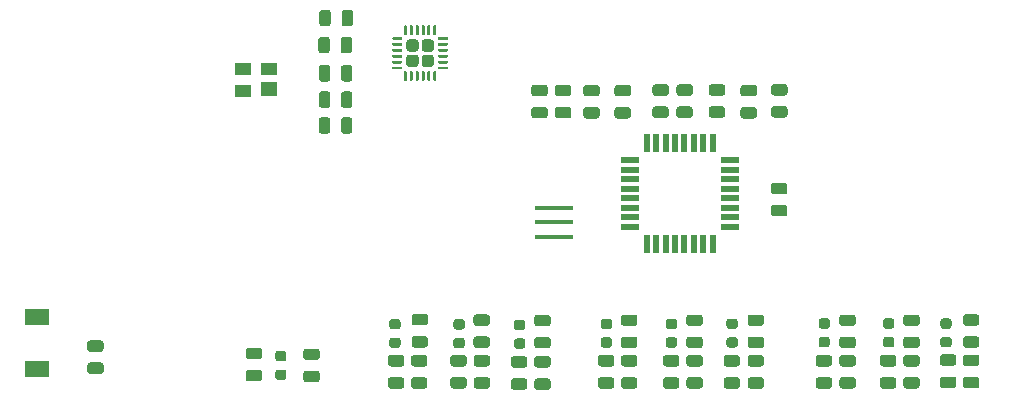
<source format=gbr>
%TF.GenerationSoftware,KiCad,Pcbnew,5.99.0-unknown-a0c54951d~102~ubuntu18.04.1*%
%TF.CreationDate,2020-08-17T14:08:57+02:00*%
%TF.ProjectId,AMPEL,414d5045-4c2e-46b6-9963-61645f706362,rev?*%
%TF.SameCoordinates,Original*%
%TF.FileFunction,Paste,Top*%
%TF.FilePolarity,Positive*%
%FSLAX46Y46*%
G04 Gerber Fmt 4.6, Leading zero omitted, Abs format (unit mm)*
G04 Created by KiCad (PCBNEW 5.99.0-unknown-a0c54951d~102~ubuntu18.04.1) date 2020-08-17 14:08:57*
%MOMM*%
%LPD*%
G01*
G04 APERTURE LIST*
%ADD10R,1.400000X1.200000*%
%ADD11R,1.400000X1.000000*%
%ADD12R,3.200000X0.400000*%
%ADD13R,2.100000X1.400000*%
%ADD14R,1.600000X0.550000*%
%ADD15R,0.550000X1.600000*%
G04 APERTURE END LIST*
%TO.C,C1*%
G36*
G01*
X181534750Y-85239800D02*
X182447250Y-85239800D01*
G75*
G02*
X182691000Y-85483550I0J-243750D01*
G01*
X182691000Y-85971050D01*
G75*
G02*
X182447250Y-86214800I-243750J0D01*
G01*
X181534750Y-86214800D01*
G75*
G02*
X181291000Y-85971050I0J243750D01*
G01*
X181291000Y-85483550D01*
G75*
G02*
X181534750Y-85239800I243750J0D01*
G01*
G37*
G36*
G01*
X181534750Y-87114800D02*
X182447250Y-87114800D01*
G75*
G02*
X182691000Y-87358550I0J-243750D01*
G01*
X182691000Y-87846050D01*
G75*
G02*
X182447250Y-88089800I-243750J0D01*
G01*
X181534750Y-88089800D01*
G75*
G02*
X181291000Y-87846050I0J243750D01*
G01*
X181291000Y-87358550D01*
G75*
G02*
X181534750Y-87114800I243750J0D01*
G01*
G37*
%TD*%
%TO.C,R24*%
G36*
G01*
X185319350Y-99819400D02*
X186231850Y-99819400D01*
G75*
G02*
X186475600Y-100063150I0J-243750D01*
G01*
X186475600Y-100550650D01*
G75*
G02*
X186231850Y-100794400I-243750J0D01*
G01*
X185319350Y-100794400D01*
G75*
G02*
X185075600Y-100550650I0J243750D01*
G01*
X185075600Y-100063150D01*
G75*
G02*
X185319350Y-99819400I243750J0D01*
G01*
G37*
G36*
G01*
X185319350Y-101694400D02*
X186231850Y-101694400D01*
G75*
G02*
X186475600Y-101938150I0J-243750D01*
G01*
X186475600Y-102425650D01*
G75*
G02*
X186231850Y-102669400I-243750J0D01*
G01*
X185319350Y-102669400D01*
G75*
G02*
X185075600Y-102425650I0J243750D01*
G01*
X185075600Y-101938150D01*
G75*
G02*
X185319350Y-101694400I243750J0D01*
G01*
G37*
%TD*%
%TO.C,C8*%
G36*
G01*
X161494150Y-99921000D02*
X162406650Y-99921000D01*
G75*
G02*
X162650400Y-100164750I0J-243750D01*
G01*
X162650400Y-100652250D01*
G75*
G02*
X162406650Y-100896000I-243750J0D01*
G01*
X161494150Y-100896000D01*
G75*
G02*
X161250400Y-100652250I0J243750D01*
G01*
X161250400Y-100164750D01*
G75*
G02*
X161494150Y-99921000I243750J0D01*
G01*
G37*
G36*
G01*
X161494150Y-101796000D02*
X162406650Y-101796000D01*
G75*
G02*
X162650400Y-102039750I0J-243750D01*
G01*
X162650400Y-102527250D01*
G75*
G02*
X162406650Y-102771000I-243750J0D01*
G01*
X161494150Y-102771000D01*
G75*
G02*
X161250400Y-102527250I0J243750D01*
G01*
X161250400Y-102039750D01*
G75*
G02*
X161494150Y-101796000I243750J0D01*
G01*
G37*
%TD*%
%TO.C,R28*%
G36*
G01*
X172390750Y-99819400D02*
X173303250Y-99819400D01*
G75*
G02*
X173547000Y-100063150I0J-243750D01*
G01*
X173547000Y-100550650D01*
G75*
G02*
X173303250Y-100794400I-243750J0D01*
G01*
X172390750Y-100794400D01*
G75*
G02*
X172147000Y-100550650I0J243750D01*
G01*
X172147000Y-100063150D01*
G75*
G02*
X172390750Y-99819400I243750J0D01*
G01*
G37*
G36*
G01*
X172390750Y-101694400D02*
X173303250Y-101694400D01*
G75*
G02*
X173547000Y-101938150I0J-243750D01*
G01*
X173547000Y-102425650D01*
G75*
G02*
X173303250Y-102669400I-243750J0D01*
G01*
X172390750Y-102669400D01*
G75*
G02*
X172147000Y-102425650I0J243750D01*
G01*
X172147000Y-101938150D01*
G75*
G02*
X172390750Y-101694400I243750J0D01*
G01*
G37*
%TD*%
%TO.C,R25*%
G36*
G01*
X137059350Y-99209900D02*
X137971850Y-99209900D01*
G75*
G02*
X138215600Y-99453650I0J-243750D01*
G01*
X138215600Y-99941150D01*
G75*
G02*
X137971850Y-100184900I-243750J0D01*
G01*
X137059350Y-100184900D01*
G75*
G02*
X136815600Y-99941150I0J243750D01*
G01*
X136815600Y-99453650D01*
G75*
G02*
X137059350Y-99209900I243750J0D01*
G01*
G37*
G36*
G01*
X137059350Y-101084900D02*
X137971850Y-101084900D01*
G75*
G02*
X138215600Y-101328650I0J-243750D01*
G01*
X138215600Y-101816150D01*
G75*
G02*
X137971850Y-102059900I-243750J0D01*
G01*
X137059350Y-102059900D01*
G75*
G02*
X136815600Y-101816150I0J243750D01*
G01*
X136815600Y-101328650D01*
G75*
G02*
X137059350Y-101084900I243750J0D01*
G01*
G37*
%TD*%
%TO.C,D13*%
G36*
G01*
X173128650Y-99192800D02*
X172616150Y-99192800D01*
G75*
G02*
X172397400Y-98974050I0J218750D01*
G01*
X172397400Y-98536550D01*
G75*
G02*
X172616150Y-98317800I218750J0D01*
G01*
X173128650Y-98317800D01*
G75*
G02*
X173347400Y-98536550I0J-218750D01*
G01*
X173347400Y-98974050D01*
G75*
G02*
X173128650Y-99192800I-218750J0D01*
G01*
G37*
G36*
G01*
X173128650Y-97617800D02*
X172616150Y-97617800D01*
G75*
G02*
X172397400Y-97399050I0J218750D01*
G01*
X172397400Y-96961550D01*
G75*
G02*
X172616150Y-96742800I218750J0D01*
G01*
X173128650Y-96742800D01*
G75*
G02*
X173347400Y-96961550I0J-218750D01*
G01*
X173347400Y-97399050D01*
G75*
G02*
X173128650Y-97617800I-218750J0D01*
G01*
G37*
%TD*%
%TO.C,C13*%
G36*
G01*
X151054750Y-99819400D02*
X151967250Y-99819400D01*
G75*
G02*
X152211000Y-100063150I0J-243750D01*
G01*
X152211000Y-100550650D01*
G75*
G02*
X151967250Y-100794400I-243750J0D01*
G01*
X151054750Y-100794400D01*
G75*
G02*
X150811000Y-100550650I0J243750D01*
G01*
X150811000Y-100063150D01*
G75*
G02*
X151054750Y-99819400I243750J0D01*
G01*
G37*
G36*
G01*
X151054750Y-101694400D02*
X151967250Y-101694400D01*
G75*
G02*
X152211000Y-101938150I0J-243750D01*
G01*
X152211000Y-102425650D01*
G75*
G02*
X151967250Y-102669400I-243750J0D01*
G01*
X151054750Y-102669400D01*
G75*
G02*
X150811000Y-102425650I0J243750D01*
G01*
X150811000Y-101938150D01*
G75*
G02*
X151054750Y-101694400I243750J0D01*
G01*
G37*
%TD*%
%TO.C,D3*%
G36*
G01*
X177177050Y-79746200D02*
X176264550Y-79746200D01*
G75*
G02*
X176020800Y-79502450I0J243750D01*
G01*
X176020800Y-79014950D01*
G75*
G02*
X176264550Y-78771200I243750J0D01*
G01*
X177177050Y-78771200D01*
G75*
G02*
X177420800Y-79014950I0J-243750D01*
G01*
X177420800Y-79502450D01*
G75*
G02*
X177177050Y-79746200I-243750J0D01*
G01*
G37*
G36*
G01*
X177177050Y-77871200D02*
X176264550Y-77871200D01*
G75*
G02*
X176020800Y-77627450I0J243750D01*
G01*
X176020800Y-77139950D01*
G75*
G02*
X176264550Y-76896200I243750J0D01*
G01*
X177177050Y-76896200D01*
G75*
G02*
X177420800Y-77139950I0J-243750D01*
G01*
X177420800Y-77627450D01*
G75*
G02*
X177177050Y-77871200I-243750J0D01*
G01*
G37*
%TD*%
%TO.C,RV1*%
G36*
G01*
X123643750Y-98575000D02*
X124556250Y-98575000D01*
G75*
G02*
X124800000Y-98818750I0J-243750D01*
G01*
X124800000Y-99306250D01*
G75*
G02*
X124556250Y-99550000I-243750J0D01*
G01*
X123643750Y-99550000D01*
G75*
G02*
X123400000Y-99306250I0J243750D01*
G01*
X123400000Y-98818750D01*
G75*
G02*
X123643750Y-98575000I243750J0D01*
G01*
G37*
G36*
G01*
X123643750Y-100450000D02*
X124556250Y-100450000D01*
G75*
G02*
X124800000Y-100693750I0J-243750D01*
G01*
X124800000Y-101181250D01*
G75*
G02*
X124556250Y-101425000I-243750J0D01*
G01*
X123643750Y-101425000D01*
G75*
G02*
X123400000Y-101181250I0J243750D01*
G01*
X123400000Y-100693750D01*
G75*
G02*
X123643750Y-100450000I243750J0D01*
G01*
G37*
%TD*%
%TO.C,R26*%
G36*
G01*
X149098950Y-99819400D02*
X150011450Y-99819400D01*
G75*
G02*
X150255200Y-100063150I0J-243750D01*
G01*
X150255200Y-100550650D01*
G75*
G02*
X150011450Y-100794400I-243750J0D01*
G01*
X149098950Y-100794400D01*
G75*
G02*
X148855200Y-100550650I0J243750D01*
G01*
X148855200Y-100063150D01*
G75*
G02*
X149098950Y-99819400I243750J0D01*
G01*
G37*
G36*
G01*
X149098950Y-101694400D02*
X150011450Y-101694400D01*
G75*
G02*
X150255200Y-101938150I0J-243750D01*
G01*
X150255200Y-102425650D01*
G75*
G02*
X150011450Y-102669400I-243750J0D01*
G01*
X149098950Y-102669400D01*
G75*
G02*
X148855200Y-102425650I0J243750D01*
G01*
X148855200Y-101938150D01*
G75*
G02*
X149098950Y-101694400I243750J0D01*
G01*
G37*
%TD*%
%TO.C,C2*%
G36*
G01*
X145908300Y-70838350D02*
X145908300Y-71750850D01*
G75*
G02*
X145664550Y-71994600I-243750J0D01*
G01*
X145177050Y-71994600D01*
G75*
G02*
X144933300Y-71750850I0J243750D01*
G01*
X144933300Y-70838350D01*
G75*
G02*
X145177050Y-70594600I243750J0D01*
G01*
X145664550Y-70594600D01*
G75*
G02*
X145908300Y-70838350I0J-243750D01*
G01*
G37*
G36*
G01*
X144033300Y-70838350D02*
X144033300Y-71750850D01*
G75*
G02*
X143789550Y-71994600I-243750J0D01*
G01*
X143302050Y-71994600D01*
G75*
G02*
X143058300Y-71750850I0J243750D01*
G01*
X143058300Y-70838350D01*
G75*
G02*
X143302050Y-70594600I243750J0D01*
G01*
X143789550Y-70594600D01*
G75*
G02*
X144033300Y-70838350I0J-243750D01*
G01*
G37*
%TD*%
%TO.C,R16*%
G36*
G01*
X156343750Y-96375000D02*
X157256250Y-96375000D01*
G75*
G02*
X157500000Y-96618750I0J-243750D01*
G01*
X157500000Y-97106250D01*
G75*
G02*
X157256250Y-97350000I-243750J0D01*
G01*
X156343750Y-97350000D01*
G75*
G02*
X156100000Y-97106250I0J243750D01*
G01*
X156100000Y-96618750D01*
G75*
G02*
X156343750Y-96375000I243750J0D01*
G01*
G37*
G36*
G01*
X156343750Y-98250000D02*
X157256250Y-98250000D01*
G75*
G02*
X157500000Y-98493750I0J-243750D01*
G01*
X157500000Y-98981250D01*
G75*
G02*
X157256250Y-99225000I-243750J0D01*
G01*
X156343750Y-99225000D01*
G75*
G02*
X156100000Y-98981250I0J243750D01*
G01*
X156100000Y-98493750D01*
G75*
G02*
X156343750Y-98250000I243750J0D01*
G01*
G37*
%TD*%
%TO.C,D5*%
G36*
G01*
X196369650Y-99167400D02*
X195857150Y-99167400D01*
G75*
G02*
X195638400Y-98948650I0J218750D01*
G01*
X195638400Y-98511150D01*
G75*
G02*
X195857150Y-98292400I218750J0D01*
G01*
X196369650Y-98292400D01*
G75*
G02*
X196588400Y-98511150I0J-218750D01*
G01*
X196588400Y-98948650D01*
G75*
G02*
X196369650Y-99167400I-218750J0D01*
G01*
G37*
G36*
G01*
X196369650Y-97592400D02*
X195857150Y-97592400D01*
G75*
G02*
X195638400Y-97373650I0J218750D01*
G01*
X195638400Y-96936150D01*
G75*
G02*
X195857150Y-96717400I218750J0D01*
G01*
X196369650Y-96717400D01*
G75*
G02*
X196588400Y-96936150I0J-218750D01*
G01*
X196588400Y-97373650D01*
G75*
G02*
X196369650Y-97592400I-218750J0D01*
G01*
G37*
%TD*%
%TO.C,R23*%
G36*
G01*
X154382150Y-99819400D02*
X155294650Y-99819400D01*
G75*
G02*
X155538400Y-100063150I0J-243750D01*
G01*
X155538400Y-100550650D01*
G75*
G02*
X155294650Y-100794400I-243750J0D01*
G01*
X154382150Y-100794400D01*
G75*
G02*
X154138400Y-100550650I0J243750D01*
G01*
X154138400Y-100063150D01*
G75*
G02*
X154382150Y-99819400I243750J0D01*
G01*
G37*
G36*
G01*
X154382150Y-101694400D02*
X155294650Y-101694400D01*
G75*
G02*
X155538400Y-101938150I0J-243750D01*
G01*
X155538400Y-102425650D01*
G75*
G02*
X155294650Y-102669400I-243750J0D01*
G01*
X154382150Y-102669400D01*
G75*
G02*
X154138400Y-102425650I0J243750D01*
G01*
X154138400Y-101938150D01*
G75*
G02*
X154382150Y-101694400I243750J0D01*
G01*
G37*
%TD*%
%TO.C,R21*%
G36*
G01*
X190754950Y-99819400D02*
X191667450Y-99819400D01*
G75*
G02*
X191911200Y-100063150I0J-243750D01*
G01*
X191911200Y-100550650D01*
G75*
G02*
X191667450Y-100794400I-243750J0D01*
G01*
X190754950Y-100794400D01*
G75*
G02*
X190511200Y-100550650I0J243750D01*
G01*
X190511200Y-100063150D01*
G75*
G02*
X190754950Y-99819400I243750J0D01*
G01*
G37*
G36*
G01*
X190754950Y-101694400D02*
X191667450Y-101694400D01*
G75*
G02*
X191911200Y-101938150I0J-243750D01*
G01*
X191911200Y-102425650D01*
G75*
G02*
X191667450Y-102669400I-243750J0D01*
G01*
X190754950Y-102669400D01*
G75*
G02*
X190511200Y-102425650I0J243750D01*
G01*
X190511200Y-101938150D01*
G75*
G02*
X190754950Y-101694400I243750J0D01*
G01*
G37*
%TD*%
%TO.C,R27*%
G36*
G01*
X177521550Y-99819400D02*
X178434050Y-99819400D01*
G75*
G02*
X178677800Y-100063150I0J-243750D01*
G01*
X178677800Y-100550650D01*
G75*
G02*
X178434050Y-100794400I-243750J0D01*
G01*
X177521550Y-100794400D01*
G75*
G02*
X177277800Y-100550650I0J243750D01*
G01*
X177277800Y-100063150D01*
G75*
G02*
X177521550Y-99819400I243750J0D01*
G01*
G37*
G36*
G01*
X177521550Y-101694400D02*
X178434050Y-101694400D01*
G75*
G02*
X178677800Y-101938150I0J-243750D01*
G01*
X178677800Y-102425650D01*
G75*
G02*
X178434050Y-102669400I-243750J0D01*
G01*
X177521550Y-102669400D01*
G75*
G02*
X177277800Y-102425650I0J243750D01*
G01*
X177277800Y-101938150D01*
G75*
G02*
X177521550Y-101694400I243750J0D01*
G01*
G37*
%TD*%
%TO.C,R9*%
G36*
G01*
X168834750Y-96390400D02*
X169747250Y-96390400D01*
G75*
G02*
X169991000Y-96634150I0J-243750D01*
G01*
X169991000Y-97121650D01*
G75*
G02*
X169747250Y-97365400I-243750J0D01*
G01*
X168834750Y-97365400D01*
G75*
G02*
X168591000Y-97121650I0J243750D01*
G01*
X168591000Y-96634150D01*
G75*
G02*
X168834750Y-96390400I243750J0D01*
G01*
G37*
G36*
G01*
X168834750Y-98265400D02*
X169747250Y-98265400D01*
G75*
G02*
X169991000Y-98509150I0J-243750D01*
G01*
X169991000Y-98996650D01*
G75*
G02*
X169747250Y-99240400I-243750J0D01*
G01*
X168834750Y-99240400D01*
G75*
G02*
X168591000Y-98996650I0J243750D01*
G01*
X168591000Y-98509150D01*
G75*
G02*
X168834750Y-98265400I243750J0D01*
G01*
G37*
%TD*%
%TO.C,R6*%
G36*
G01*
X143007500Y-80844050D02*
X143007500Y-79931550D01*
G75*
G02*
X143251250Y-79687800I243750J0D01*
G01*
X143738750Y-79687800D01*
G75*
G02*
X143982500Y-79931550I0J-243750D01*
G01*
X143982500Y-80844050D01*
G75*
G02*
X143738750Y-81087800I-243750J0D01*
G01*
X143251250Y-81087800D01*
G75*
G02*
X143007500Y-80844050I0J243750D01*
G01*
G37*
G36*
G01*
X144882500Y-80844050D02*
X144882500Y-79931550D01*
G75*
G02*
X145126250Y-79687800I243750J0D01*
G01*
X145613750Y-79687800D01*
G75*
G02*
X145857500Y-79931550I0J-243750D01*
G01*
X145857500Y-80844050D01*
G75*
G02*
X145613750Y-81087800I-243750J0D01*
G01*
X145126250Y-81087800D01*
G75*
G02*
X144882500Y-80844050I0J243750D01*
G01*
G37*
%TD*%
%TO.C,R14*%
G36*
G01*
X197790750Y-96365000D02*
X198703250Y-96365000D01*
G75*
G02*
X198947000Y-96608750I0J-243750D01*
G01*
X198947000Y-97096250D01*
G75*
G02*
X198703250Y-97340000I-243750J0D01*
G01*
X197790750Y-97340000D01*
G75*
G02*
X197547000Y-97096250I0J243750D01*
G01*
X197547000Y-96608750D01*
G75*
G02*
X197790750Y-96365000I243750J0D01*
G01*
G37*
G36*
G01*
X197790750Y-98240000D02*
X198703250Y-98240000D01*
G75*
G02*
X198947000Y-98483750I0J-243750D01*
G01*
X198947000Y-98971250D01*
G75*
G02*
X198703250Y-99215000I-243750J0D01*
G01*
X197790750Y-99215000D01*
G75*
G02*
X197547000Y-98971250I0J243750D01*
G01*
X197547000Y-98483750D01*
G75*
G02*
X197790750Y-98240000I243750J0D01*
G01*
G37*
%TD*%
%TO.C,R13*%
G36*
G01*
X192736150Y-96390400D02*
X193648650Y-96390400D01*
G75*
G02*
X193892400Y-96634150I0J-243750D01*
G01*
X193892400Y-97121650D01*
G75*
G02*
X193648650Y-97365400I-243750J0D01*
G01*
X192736150Y-97365400D01*
G75*
G02*
X192492400Y-97121650I0J243750D01*
G01*
X192492400Y-96634150D01*
G75*
G02*
X192736150Y-96390400I243750J0D01*
G01*
G37*
G36*
G01*
X192736150Y-98265400D02*
X193648650Y-98265400D01*
G75*
G02*
X193892400Y-98509150I0J-243750D01*
G01*
X193892400Y-98996650D01*
G75*
G02*
X193648650Y-99240400I-243750J0D01*
G01*
X192736150Y-99240400D01*
G75*
G02*
X192492400Y-98996650I0J243750D01*
G01*
X192492400Y-98509150D01*
G75*
G02*
X192736150Y-98265400I243750J0D01*
G01*
G37*
%TD*%
%TO.C,D7*%
G36*
G01*
X191518250Y-99167400D02*
X191005750Y-99167400D01*
G75*
G02*
X190787000Y-98948650I0J218750D01*
G01*
X190787000Y-98511150D01*
G75*
G02*
X191005750Y-98292400I218750J0D01*
G01*
X191518250Y-98292400D01*
G75*
G02*
X191737000Y-98511150I0J-218750D01*
G01*
X191737000Y-98948650D01*
G75*
G02*
X191518250Y-99167400I-218750J0D01*
G01*
G37*
G36*
G01*
X191518250Y-97592400D02*
X191005750Y-97592400D01*
G75*
G02*
X190787000Y-97373650I0J218750D01*
G01*
X190787000Y-96936150D01*
G75*
G02*
X191005750Y-96717400I218750J0D01*
G01*
X191518250Y-96717400D01*
G75*
G02*
X191737000Y-96936150I0J-218750D01*
G01*
X191737000Y-97373650D01*
G75*
G02*
X191518250Y-97592400I-218750J0D01*
G01*
G37*
%TD*%
%TO.C,R15*%
G36*
G01*
X151105550Y-96339600D02*
X152018050Y-96339600D01*
G75*
G02*
X152261800Y-96583350I0J-243750D01*
G01*
X152261800Y-97070850D01*
G75*
G02*
X152018050Y-97314600I-243750J0D01*
G01*
X151105550Y-97314600D01*
G75*
G02*
X150861800Y-97070850I0J243750D01*
G01*
X150861800Y-96583350D01*
G75*
G02*
X151105550Y-96339600I243750J0D01*
G01*
G37*
G36*
G01*
X151105550Y-98214600D02*
X152018050Y-98214600D01*
G75*
G02*
X152261800Y-98458350I0J-243750D01*
G01*
X152261800Y-98945850D01*
G75*
G02*
X152018050Y-99189600I-243750J0D01*
G01*
X151105550Y-99189600D01*
G75*
G02*
X150861800Y-98945850I0J243750D01*
G01*
X150861800Y-98458350D01*
G75*
G02*
X151105550Y-98214600I243750J0D01*
G01*
G37*
%TD*%
%TO.C,R5*%
G36*
G01*
X182456250Y-79725000D02*
X181543750Y-79725000D01*
G75*
G02*
X181300000Y-79481250I0J243750D01*
G01*
X181300000Y-78993750D01*
G75*
G02*
X181543750Y-78750000I243750J0D01*
G01*
X182456250Y-78750000D01*
G75*
G02*
X182700000Y-78993750I0J-243750D01*
G01*
X182700000Y-79481250D01*
G75*
G02*
X182456250Y-79725000I-243750J0D01*
G01*
G37*
G36*
G01*
X182456250Y-77850000D02*
X181543750Y-77850000D01*
G75*
G02*
X181300000Y-77606250I0J243750D01*
G01*
X181300000Y-77118750D01*
G75*
G02*
X181543750Y-76875000I243750J0D01*
G01*
X182456250Y-76875000D01*
G75*
G02*
X182700000Y-77118750I0J-243750D01*
G01*
X182700000Y-77606250D01*
G75*
G02*
X182456250Y-77850000I-243750J0D01*
G01*
G37*
%TD*%
%TO.C,R11*%
G36*
G01*
X179553550Y-96390400D02*
X180466050Y-96390400D01*
G75*
G02*
X180709800Y-96634150I0J-243750D01*
G01*
X180709800Y-97121650D01*
G75*
G02*
X180466050Y-97365400I-243750J0D01*
G01*
X179553550Y-97365400D01*
G75*
G02*
X179309800Y-97121650I0J243750D01*
G01*
X179309800Y-96634150D01*
G75*
G02*
X179553550Y-96390400I243750J0D01*
G01*
G37*
G36*
G01*
X179553550Y-98265400D02*
X180466050Y-98265400D01*
G75*
G02*
X180709800Y-98509150I0J-243750D01*
G01*
X180709800Y-98996650D01*
G75*
G02*
X180466050Y-99240400I-243750J0D01*
G01*
X179553550Y-99240400D01*
G75*
G02*
X179309800Y-98996650I0J243750D01*
G01*
X179309800Y-98509150D01*
G75*
G02*
X179553550Y-98265400I243750J0D01*
G01*
G37*
%TD*%
%TO.C,C5*%
G36*
G01*
X161243750Y-76937500D02*
X162156250Y-76937500D01*
G75*
G02*
X162400000Y-77181250I0J-243750D01*
G01*
X162400000Y-77668750D01*
G75*
G02*
X162156250Y-77912500I-243750J0D01*
G01*
X161243750Y-77912500D01*
G75*
G02*
X161000000Y-77668750I0J243750D01*
G01*
X161000000Y-77181250D01*
G75*
G02*
X161243750Y-76937500I243750J0D01*
G01*
G37*
G36*
G01*
X161243750Y-78812500D02*
X162156250Y-78812500D01*
G75*
G02*
X162400000Y-79056250I0J-243750D01*
G01*
X162400000Y-79543750D01*
G75*
G02*
X162156250Y-79787500I-243750J0D01*
G01*
X161243750Y-79787500D01*
G75*
G02*
X161000000Y-79543750I0J243750D01*
G01*
X161000000Y-79056250D01*
G75*
G02*
X161243750Y-78812500I243750J0D01*
G01*
G37*
%TD*%
%TO.C,R20*%
G36*
G01*
X159512950Y-99921000D02*
X160425450Y-99921000D01*
G75*
G02*
X160669200Y-100164750I0J-243750D01*
G01*
X160669200Y-100652250D01*
G75*
G02*
X160425450Y-100896000I-243750J0D01*
G01*
X159512950Y-100896000D01*
G75*
G02*
X159269200Y-100652250I0J243750D01*
G01*
X159269200Y-100164750D01*
G75*
G02*
X159512950Y-99921000I243750J0D01*
G01*
G37*
G36*
G01*
X159512950Y-101796000D02*
X160425450Y-101796000D01*
G75*
G02*
X160669200Y-102039750I0J-243750D01*
G01*
X160669200Y-102527250D01*
G75*
G02*
X160425450Y-102771000I-243750J0D01*
G01*
X159512950Y-102771000D01*
G75*
G02*
X159269200Y-102527250I0J243750D01*
G01*
X159269200Y-102039750D01*
G75*
G02*
X159512950Y-101796000I243750J0D01*
G01*
G37*
%TD*%
%TO.C,R29*%
G36*
G01*
X166878950Y-99819400D02*
X167791450Y-99819400D01*
G75*
G02*
X168035200Y-100063150I0J-243750D01*
G01*
X168035200Y-100550650D01*
G75*
G02*
X167791450Y-100794400I-243750J0D01*
G01*
X166878950Y-100794400D01*
G75*
G02*
X166635200Y-100550650I0J243750D01*
G01*
X166635200Y-100063150D01*
G75*
G02*
X166878950Y-99819400I243750J0D01*
G01*
G37*
G36*
G01*
X166878950Y-101694400D02*
X167791450Y-101694400D01*
G75*
G02*
X168035200Y-101938150I0J-243750D01*
G01*
X168035200Y-102425650D01*
G75*
G02*
X167791450Y-102669400I-243750J0D01*
G01*
X166878950Y-102669400D01*
G75*
G02*
X166635200Y-102425650I0J243750D01*
G01*
X166635200Y-101938150D01*
G75*
G02*
X166878950Y-101694400I243750J0D01*
G01*
G37*
%TD*%
%TO.C,D9*%
G36*
G01*
X186057250Y-99167400D02*
X185544750Y-99167400D01*
G75*
G02*
X185326000Y-98948650I0J218750D01*
G01*
X185326000Y-98511150D01*
G75*
G02*
X185544750Y-98292400I218750J0D01*
G01*
X186057250Y-98292400D01*
G75*
G02*
X186276000Y-98511150I0J-218750D01*
G01*
X186276000Y-98948650D01*
G75*
G02*
X186057250Y-99167400I-218750J0D01*
G01*
G37*
G36*
G01*
X186057250Y-97592400D02*
X185544750Y-97592400D01*
G75*
G02*
X185326000Y-97373650I0J218750D01*
G01*
X185326000Y-96936150D01*
G75*
G02*
X185544750Y-96717400I218750J0D01*
G01*
X186057250Y-96717400D01*
G75*
G02*
X186276000Y-96936150I0J-218750D01*
G01*
X186276000Y-97373650D01*
G75*
G02*
X186057250Y-97592400I-218750J0D01*
G01*
G37*
%TD*%
%TO.C,D6*%
G36*
G01*
X160273850Y-99296700D02*
X159761350Y-99296700D01*
G75*
G02*
X159542600Y-99077950I0J218750D01*
G01*
X159542600Y-98640450D01*
G75*
G02*
X159761350Y-98421700I218750J0D01*
G01*
X160273850Y-98421700D01*
G75*
G02*
X160492600Y-98640450I0J-218750D01*
G01*
X160492600Y-99077950D01*
G75*
G02*
X160273850Y-99296700I-218750J0D01*
G01*
G37*
G36*
G01*
X160273850Y-97721700D02*
X159761350Y-97721700D01*
G75*
G02*
X159542600Y-97502950I0J218750D01*
G01*
X159542600Y-97065450D01*
G75*
G02*
X159761350Y-96846700I218750J0D01*
G01*
X160273850Y-96846700D01*
G75*
G02*
X160492600Y-97065450I0J-218750D01*
G01*
X160492600Y-97502950D01*
G75*
G02*
X160273850Y-97721700I-218750J0D01*
G01*
G37*
%TD*%
%TO.C,R8*%
G36*
G01*
X145857500Y-75511950D02*
X145857500Y-76424450D01*
G75*
G02*
X145613750Y-76668200I-243750J0D01*
G01*
X145126250Y-76668200D01*
G75*
G02*
X144882500Y-76424450I0J243750D01*
G01*
X144882500Y-75511950D01*
G75*
G02*
X145126250Y-75268200I243750J0D01*
G01*
X145613750Y-75268200D01*
G75*
G02*
X145857500Y-75511950I0J-243750D01*
G01*
G37*
G36*
G01*
X143982500Y-75511950D02*
X143982500Y-76424450D01*
G75*
G02*
X143738750Y-76668200I-243750J0D01*
G01*
X143251250Y-76668200D01*
G75*
G02*
X143007500Y-76424450I0J243750D01*
G01*
X143007500Y-75511950D01*
G75*
G02*
X143251250Y-75268200I243750J0D01*
G01*
X143738750Y-75268200D01*
G75*
G02*
X143982500Y-75511950I0J-243750D01*
G01*
G37*
%TD*%
%TO.C,R7*%
G36*
G01*
X143007500Y-78659650D02*
X143007500Y-77747150D01*
G75*
G02*
X143251250Y-77503400I243750J0D01*
G01*
X143738750Y-77503400D01*
G75*
G02*
X143982500Y-77747150I0J-243750D01*
G01*
X143982500Y-78659650D01*
G75*
G02*
X143738750Y-78903400I-243750J0D01*
G01*
X143251250Y-78903400D01*
G75*
G02*
X143007500Y-78659650I0J243750D01*
G01*
G37*
G36*
G01*
X144882500Y-78659650D02*
X144882500Y-77747150D01*
G75*
G02*
X145126250Y-77503400I243750J0D01*
G01*
X145613750Y-77503400D01*
G75*
G02*
X145857500Y-77747150I0J-243750D01*
G01*
X145857500Y-78659650D01*
G75*
G02*
X145613750Y-78903400I-243750J0D01*
G01*
X145126250Y-78903400D01*
G75*
G02*
X144882500Y-78659650I0J243750D01*
G01*
G37*
%TD*%
D10*
%TO.C,D1*%
X138800000Y-77300000D03*
D11*
X138800000Y-75580000D03*
X136600000Y-75580000D03*
X136600000Y-77480000D03*
%TD*%
D12*
%TO.C,Y1*%
X162900000Y-89800000D03*
X162900000Y-88600000D03*
X162900000Y-87400000D03*
%TD*%
%TO.C,R4*%
G36*
G01*
X172401850Y-79746200D02*
X171489350Y-79746200D01*
G75*
G02*
X171245600Y-79502450I0J243750D01*
G01*
X171245600Y-79014950D01*
G75*
G02*
X171489350Y-78771200I243750J0D01*
G01*
X172401850Y-78771200D01*
G75*
G02*
X172645600Y-79014950I0J-243750D01*
G01*
X172645600Y-79502450D01*
G75*
G02*
X172401850Y-79746200I-243750J0D01*
G01*
G37*
G36*
G01*
X172401850Y-77871200D02*
X171489350Y-77871200D01*
G75*
G02*
X171245600Y-77627450I0J243750D01*
G01*
X171245600Y-77139950D01*
G75*
G02*
X171489350Y-76896200I243750J0D01*
G01*
X172401850Y-76896200D01*
G75*
G02*
X172645600Y-77139950I0J-243750D01*
G01*
X172645600Y-77627450D01*
G75*
G02*
X172401850Y-77871200I-243750J0D01*
G01*
G37*
%TD*%
%TO.C,D10*%
G36*
G01*
X149709850Y-99225000D02*
X149197350Y-99225000D01*
G75*
G02*
X148978600Y-99006250I0J218750D01*
G01*
X148978600Y-98568750D01*
G75*
G02*
X149197350Y-98350000I218750J0D01*
G01*
X149709850Y-98350000D01*
G75*
G02*
X149928600Y-98568750I0J-218750D01*
G01*
X149928600Y-99006250D01*
G75*
G02*
X149709850Y-99225000I-218750J0D01*
G01*
G37*
G36*
G01*
X149709850Y-97650000D02*
X149197350Y-97650000D01*
G75*
G02*
X148978600Y-97431250I0J218750D01*
G01*
X148978600Y-96993750D01*
G75*
G02*
X149197350Y-96775000I218750J0D01*
G01*
X149709850Y-96775000D01*
G75*
G02*
X149928600Y-96993750I0J-218750D01*
G01*
X149928600Y-97431250D01*
G75*
G02*
X149709850Y-97650000I-218750J0D01*
G01*
G37*
%TD*%
%TO.C,C4*%
G36*
G01*
X145826300Y-73119950D02*
X145826300Y-74032450D01*
G75*
G02*
X145582550Y-74276200I-243750J0D01*
G01*
X145095050Y-74276200D01*
G75*
G02*
X144851300Y-74032450I0J243750D01*
G01*
X144851300Y-73119950D01*
G75*
G02*
X145095050Y-72876200I243750J0D01*
G01*
X145582550Y-72876200D01*
G75*
G02*
X145826300Y-73119950I0J-243750D01*
G01*
G37*
G36*
G01*
X143951300Y-73119950D02*
X143951300Y-74032450D01*
G75*
G02*
X143707550Y-74276200I-243750J0D01*
G01*
X143220050Y-74276200D01*
G75*
G02*
X142976300Y-74032450I0J243750D01*
G01*
X142976300Y-73119950D01*
G75*
G02*
X143220050Y-72876200I243750J0D01*
G01*
X143707550Y-72876200D01*
G75*
G02*
X143951300Y-73119950I0J-243750D01*
G01*
G37*
%TD*%
%TO.C,R3*%
G36*
G01*
X174433850Y-79746200D02*
X173521350Y-79746200D01*
G75*
G02*
X173277600Y-79502450I0J243750D01*
G01*
X173277600Y-79014950D01*
G75*
G02*
X173521350Y-78771200I243750J0D01*
G01*
X174433850Y-78771200D01*
G75*
G02*
X174677600Y-79014950I0J-243750D01*
G01*
X174677600Y-79502450D01*
G75*
G02*
X174433850Y-79746200I-243750J0D01*
G01*
G37*
G36*
G01*
X174433850Y-77871200D02*
X173521350Y-77871200D01*
G75*
G02*
X173277600Y-77627450I0J243750D01*
G01*
X173277600Y-77139950D01*
G75*
G02*
X173521350Y-76896200I243750J0D01*
G01*
X174433850Y-76896200D01*
G75*
G02*
X174677600Y-77139950I0J-243750D01*
G01*
X174677600Y-77627450D01*
G75*
G02*
X174433850Y-77871200I-243750J0D01*
G01*
G37*
%TD*%
%TO.C,D12*%
G36*
G01*
X178259450Y-99192800D02*
X177746950Y-99192800D01*
G75*
G02*
X177528200Y-98974050I0J218750D01*
G01*
X177528200Y-98536550D01*
G75*
G02*
X177746950Y-98317800I218750J0D01*
G01*
X178259450Y-98317800D01*
G75*
G02*
X178478200Y-98536550I0J-218750D01*
G01*
X178478200Y-98974050D01*
G75*
G02*
X178259450Y-99192800I-218750J0D01*
G01*
G37*
G36*
G01*
X178259450Y-97617800D02*
X177746950Y-97617800D01*
G75*
G02*
X177528200Y-97399050I0J218750D01*
G01*
X177528200Y-96961550D01*
G75*
G02*
X177746950Y-96742800I218750J0D01*
G01*
X178259450Y-96742800D01*
G75*
G02*
X178478200Y-96961550I0J-218750D01*
G01*
X178478200Y-97399050D01*
G75*
G02*
X178259450Y-97617800I-218750J0D01*
G01*
G37*
%TD*%
%TO.C,C14*%
G36*
G01*
X179553550Y-99819400D02*
X180466050Y-99819400D01*
G75*
G02*
X180709800Y-100063150I0J-243750D01*
G01*
X180709800Y-100550650D01*
G75*
G02*
X180466050Y-100794400I-243750J0D01*
G01*
X179553550Y-100794400D01*
G75*
G02*
X179309800Y-100550650I0J243750D01*
G01*
X179309800Y-100063150D01*
G75*
G02*
X179553550Y-99819400I243750J0D01*
G01*
G37*
G36*
G01*
X179553550Y-101694400D02*
X180466050Y-101694400D01*
G75*
G02*
X180709800Y-101938150I0J-243750D01*
G01*
X180709800Y-102425650D01*
G75*
G02*
X180466050Y-102669400I-243750J0D01*
G01*
X179553550Y-102669400D01*
G75*
G02*
X179309800Y-102425650I0J243750D01*
G01*
X179309800Y-101938150D01*
G75*
G02*
X179553550Y-101694400I243750J0D01*
G01*
G37*
%TD*%
%TO.C,C3*%
G36*
G01*
X164150050Y-79787500D02*
X163237550Y-79787500D01*
G75*
G02*
X162993800Y-79543750I0J243750D01*
G01*
X162993800Y-79056250D01*
G75*
G02*
X163237550Y-78812500I243750J0D01*
G01*
X164150050Y-78812500D01*
G75*
G02*
X164393800Y-79056250I0J-243750D01*
G01*
X164393800Y-79543750D01*
G75*
G02*
X164150050Y-79787500I-243750J0D01*
G01*
G37*
G36*
G01*
X164150050Y-77912500D02*
X163237550Y-77912500D01*
G75*
G02*
X162993800Y-77668750I0J243750D01*
G01*
X162993800Y-77181250D01*
G75*
G02*
X163237550Y-76937500I243750J0D01*
G01*
X164150050Y-76937500D01*
G75*
G02*
X164393800Y-77181250I0J-243750D01*
G01*
X164393800Y-77668750D01*
G75*
G02*
X164150050Y-77912500I-243750J0D01*
G01*
G37*
%TD*%
%TO.C,R2*%
G36*
G01*
X166559850Y-79797000D02*
X165647350Y-79797000D01*
G75*
G02*
X165403600Y-79553250I0J243750D01*
G01*
X165403600Y-79065750D01*
G75*
G02*
X165647350Y-78822000I243750J0D01*
G01*
X166559850Y-78822000D01*
G75*
G02*
X166803600Y-79065750I0J-243750D01*
G01*
X166803600Y-79553250D01*
G75*
G02*
X166559850Y-79797000I-243750J0D01*
G01*
G37*
G36*
G01*
X166559850Y-77922000D02*
X165647350Y-77922000D01*
G75*
G02*
X165403600Y-77678250I0J243750D01*
G01*
X165403600Y-77190750D01*
G75*
G02*
X165647350Y-76947000I243750J0D01*
G01*
X166559850Y-76947000D01*
G75*
G02*
X166803600Y-77190750I0J-243750D01*
G01*
X166803600Y-77678250D01*
G75*
G02*
X166559850Y-77922000I-243750J0D01*
G01*
G37*
%TD*%
%TO.C,R17*%
G36*
G01*
X161491750Y-96418200D02*
X162404250Y-96418200D01*
G75*
G02*
X162648000Y-96661950I0J-243750D01*
G01*
X162648000Y-97149450D01*
G75*
G02*
X162404250Y-97393200I-243750J0D01*
G01*
X161491750Y-97393200D01*
G75*
G02*
X161248000Y-97149450I0J243750D01*
G01*
X161248000Y-96661950D01*
G75*
G02*
X161491750Y-96418200I243750J0D01*
G01*
G37*
G36*
G01*
X161491750Y-98293200D02*
X162404250Y-98293200D01*
G75*
G02*
X162648000Y-98536950I0J-243750D01*
G01*
X162648000Y-99024450D01*
G75*
G02*
X162404250Y-99268200I-243750J0D01*
G01*
X161491750Y-99268200D01*
G75*
G02*
X161248000Y-99024450I0J243750D01*
G01*
X161248000Y-98536950D01*
G75*
G02*
X161491750Y-98293200I243750J0D01*
G01*
G37*
%TD*%
%TO.C,C15*%
G36*
G01*
X174371950Y-99819400D02*
X175284450Y-99819400D01*
G75*
G02*
X175528200Y-100063150I0J-243750D01*
G01*
X175528200Y-100550650D01*
G75*
G02*
X175284450Y-100794400I-243750J0D01*
G01*
X174371950Y-100794400D01*
G75*
G02*
X174128200Y-100550650I0J243750D01*
G01*
X174128200Y-100063150D01*
G75*
G02*
X174371950Y-99819400I243750J0D01*
G01*
G37*
G36*
G01*
X174371950Y-101694400D02*
X175284450Y-101694400D01*
G75*
G02*
X175528200Y-101938150I0J-243750D01*
G01*
X175528200Y-102425650D01*
G75*
G02*
X175284450Y-102669400I-243750J0D01*
G01*
X174371950Y-102669400D01*
G75*
G02*
X174128200Y-102425650I0J243750D01*
G01*
X174128200Y-101938150D01*
G75*
G02*
X174371950Y-101694400I243750J0D01*
G01*
G37*
%TD*%
%TO.C,C11*%
G36*
G01*
X187325950Y-99819400D02*
X188238450Y-99819400D01*
G75*
G02*
X188482200Y-100063150I0J-243750D01*
G01*
X188482200Y-100550650D01*
G75*
G02*
X188238450Y-100794400I-243750J0D01*
G01*
X187325950Y-100794400D01*
G75*
G02*
X187082200Y-100550650I0J243750D01*
G01*
X187082200Y-100063150D01*
G75*
G02*
X187325950Y-99819400I243750J0D01*
G01*
G37*
G36*
G01*
X187325950Y-101694400D02*
X188238450Y-101694400D01*
G75*
G02*
X188482200Y-101938150I0J-243750D01*
G01*
X188482200Y-102425650D01*
G75*
G02*
X188238450Y-102669400I-243750J0D01*
G01*
X187325950Y-102669400D01*
G75*
G02*
X187082200Y-102425650I0J243750D01*
G01*
X187082200Y-101938150D01*
G75*
G02*
X187325950Y-101694400I243750J0D01*
G01*
G37*
%TD*%
%TO.C,C9*%
G36*
G01*
X192736150Y-99819400D02*
X193648650Y-99819400D01*
G75*
G02*
X193892400Y-100063150I0J-243750D01*
G01*
X193892400Y-100550650D01*
G75*
G02*
X193648650Y-100794400I-243750J0D01*
G01*
X192736150Y-100794400D01*
G75*
G02*
X192492400Y-100550650I0J243750D01*
G01*
X192492400Y-100063150D01*
G75*
G02*
X192736150Y-99819400I243750J0D01*
G01*
G37*
G36*
G01*
X192736150Y-101694400D02*
X193648650Y-101694400D01*
G75*
G02*
X193892400Y-101938150I0J-243750D01*
G01*
X193892400Y-102425650D01*
G75*
G02*
X193648650Y-102669400I-243750J0D01*
G01*
X192736150Y-102669400D01*
G75*
G02*
X192492400Y-102425650I0J243750D01*
G01*
X192492400Y-101938150D01*
G75*
G02*
X192736150Y-101694400I243750J0D01*
G01*
G37*
%TD*%
%TO.C,F1*%
G36*
G01*
X141943750Y-99275000D02*
X142856250Y-99275000D01*
G75*
G02*
X143100000Y-99518750I0J-243750D01*
G01*
X143100000Y-100006250D01*
G75*
G02*
X142856250Y-100250000I-243750J0D01*
G01*
X141943750Y-100250000D01*
G75*
G02*
X141700000Y-100006250I0J243750D01*
G01*
X141700000Y-99518750D01*
G75*
G02*
X141943750Y-99275000I243750J0D01*
G01*
G37*
G36*
G01*
X141943750Y-101150000D02*
X142856250Y-101150000D01*
G75*
G02*
X143100000Y-101393750I0J-243750D01*
G01*
X143100000Y-101881250D01*
G75*
G02*
X142856250Y-102125000I-243750J0D01*
G01*
X141943750Y-102125000D01*
G75*
G02*
X141700000Y-101881250I0J243750D01*
G01*
X141700000Y-101393750D01*
G75*
G02*
X141943750Y-101150000I243750J0D01*
G01*
G37*
%TD*%
%TO.C,C7*%
G36*
G01*
X197790750Y-99794000D02*
X198703250Y-99794000D01*
G75*
G02*
X198947000Y-100037750I0J-243750D01*
G01*
X198947000Y-100525250D01*
G75*
G02*
X198703250Y-100769000I-243750J0D01*
G01*
X197790750Y-100769000D01*
G75*
G02*
X197547000Y-100525250I0J243750D01*
G01*
X197547000Y-100037750D01*
G75*
G02*
X197790750Y-99794000I243750J0D01*
G01*
G37*
G36*
G01*
X197790750Y-101669000D02*
X198703250Y-101669000D01*
G75*
G02*
X198947000Y-101912750I0J-243750D01*
G01*
X198947000Y-102400250D01*
G75*
G02*
X198703250Y-102644000I-243750J0D01*
G01*
X197790750Y-102644000D01*
G75*
G02*
X197547000Y-102400250I0J243750D01*
G01*
X197547000Y-101912750D01*
G75*
G02*
X197790750Y-101669000I243750J0D01*
G01*
G37*
%TD*%
%TO.C,R12*%
G36*
G01*
X187325950Y-96390400D02*
X188238450Y-96390400D01*
G75*
G02*
X188482200Y-96634150I0J-243750D01*
G01*
X188482200Y-97121650D01*
G75*
G02*
X188238450Y-97365400I-243750J0D01*
G01*
X187325950Y-97365400D01*
G75*
G02*
X187082200Y-97121650I0J243750D01*
G01*
X187082200Y-96634150D01*
G75*
G02*
X187325950Y-96390400I243750J0D01*
G01*
G37*
G36*
G01*
X187325950Y-98265400D02*
X188238450Y-98265400D01*
G75*
G02*
X188482200Y-98509150I0J-243750D01*
G01*
X188482200Y-98996650D01*
G75*
G02*
X188238450Y-99240400I-243750J0D01*
G01*
X187325950Y-99240400D01*
G75*
G02*
X187082200Y-98996650I0J243750D01*
G01*
X187082200Y-98509150D01*
G75*
G02*
X187325950Y-98265400I243750J0D01*
G01*
G37*
%TD*%
%TO.C,C16*%
G36*
G01*
X168834750Y-99819400D02*
X169747250Y-99819400D01*
G75*
G02*
X169991000Y-100063150I0J-243750D01*
G01*
X169991000Y-100550650D01*
G75*
G02*
X169747250Y-100794400I-243750J0D01*
G01*
X168834750Y-100794400D01*
G75*
G02*
X168591000Y-100550650I0J243750D01*
G01*
X168591000Y-100063150D01*
G75*
G02*
X168834750Y-99819400I243750J0D01*
G01*
G37*
G36*
G01*
X168834750Y-101694400D02*
X169747250Y-101694400D01*
G75*
G02*
X169991000Y-101938150I0J-243750D01*
G01*
X169991000Y-102425650D01*
G75*
G02*
X169747250Y-102669400I-243750J0D01*
G01*
X168834750Y-102669400D01*
G75*
G02*
X168591000Y-102425650I0J243750D01*
G01*
X168591000Y-101938150D01*
G75*
G02*
X168834750Y-101694400I243750J0D01*
G01*
G37*
%TD*%
%TO.C,D14*%
G36*
G01*
X167616850Y-99192800D02*
X167104350Y-99192800D01*
G75*
G02*
X166885600Y-98974050I0J218750D01*
G01*
X166885600Y-98536550D01*
G75*
G02*
X167104350Y-98317800I218750J0D01*
G01*
X167616850Y-98317800D01*
G75*
G02*
X167835600Y-98536550I0J-218750D01*
G01*
X167835600Y-98974050D01*
G75*
G02*
X167616850Y-99192800I-218750J0D01*
G01*
G37*
G36*
G01*
X167616850Y-97617800D02*
X167104350Y-97617800D01*
G75*
G02*
X166885600Y-97399050I0J218750D01*
G01*
X166885600Y-96961550D01*
G75*
G02*
X167104350Y-96742800I218750J0D01*
G01*
X167616850Y-96742800D01*
G75*
G02*
X167835600Y-96961550I0J-218750D01*
G01*
X167835600Y-97399050D01*
G75*
G02*
X167616850Y-97617800I-218750J0D01*
G01*
G37*
%TD*%
%TO.C,C10*%
G36*
G01*
X156363350Y-99819400D02*
X157275850Y-99819400D01*
G75*
G02*
X157519600Y-100063150I0J-243750D01*
G01*
X157519600Y-100550650D01*
G75*
G02*
X157275850Y-100794400I-243750J0D01*
G01*
X156363350Y-100794400D01*
G75*
G02*
X156119600Y-100550650I0J243750D01*
G01*
X156119600Y-100063150D01*
G75*
G02*
X156363350Y-99819400I243750J0D01*
G01*
G37*
G36*
G01*
X156363350Y-101694400D02*
X157275850Y-101694400D01*
G75*
G02*
X157519600Y-101938150I0J-243750D01*
G01*
X157519600Y-102425650D01*
G75*
G02*
X157275850Y-102669400I-243750J0D01*
G01*
X156363350Y-102669400D01*
G75*
G02*
X156119600Y-102425650I0J243750D01*
G01*
X156119600Y-101938150D01*
G75*
G02*
X156363350Y-101694400I243750J0D01*
G01*
G37*
%TD*%
D13*
%TO.C,D15*%
X119131250Y-101000000D03*
X119131250Y-96600000D03*
%TD*%
%TO.C,R10*%
G36*
G01*
X174371950Y-96390400D02*
X175284450Y-96390400D01*
G75*
G02*
X175528200Y-96634150I0J-243750D01*
G01*
X175528200Y-97121650D01*
G75*
G02*
X175284450Y-97365400I-243750J0D01*
G01*
X174371950Y-97365400D01*
G75*
G02*
X174128200Y-97121650I0J243750D01*
G01*
X174128200Y-96634150D01*
G75*
G02*
X174371950Y-96390400I243750J0D01*
G01*
G37*
G36*
G01*
X174371950Y-98265400D02*
X175284450Y-98265400D01*
G75*
G02*
X175528200Y-98509150I0J-243750D01*
G01*
X175528200Y-98996650D01*
G75*
G02*
X175284450Y-99240400I-243750J0D01*
G01*
X174371950Y-99240400D01*
G75*
G02*
X174128200Y-98996650I0J243750D01*
G01*
X174128200Y-98509150D01*
G75*
G02*
X174371950Y-98265400I243750J0D01*
G01*
G37*
%TD*%
%TO.C,D4*%
G36*
G01*
X169201450Y-79797000D02*
X168288950Y-79797000D01*
G75*
G02*
X168045200Y-79553250I0J243750D01*
G01*
X168045200Y-79065750D01*
G75*
G02*
X168288950Y-78822000I243750J0D01*
G01*
X169201450Y-78822000D01*
G75*
G02*
X169445200Y-79065750I0J-243750D01*
G01*
X169445200Y-79553250D01*
G75*
G02*
X169201450Y-79797000I-243750J0D01*
G01*
G37*
G36*
G01*
X169201450Y-77922000D02*
X168288950Y-77922000D01*
G75*
G02*
X168045200Y-77678250I0J243750D01*
G01*
X168045200Y-77190750D01*
G75*
G02*
X168288950Y-76947000I243750J0D01*
G01*
X169201450Y-76947000D01*
G75*
G02*
X169445200Y-77190750I0J-243750D01*
G01*
X169445200Y-77678250D01*
G75*
G02*
X169201450Y-77922000I-243750J0D01*
G01*
G37*
%TD*%
%TO.C,U2*%
G36*
G01*
X150662200Y-74394600D02*
X151212200Y-74394600D01*
G75*
G02*
X151462200Y-74644600I0J-250000D01*
G01*
X151462200Y-75194600D01*
G75*
G02*
X151212200Y-75444600I-250000J0D01*
G01*
X150662200Y-75444600D01*
G75*
G02*
X150412200Y-75194600I0J250000D01*
G01*
X150412200Y-74644600D01*
G75*
G02*
X150662200Y-74394600I250000J0D01*
G01*
G37*
G36*
G01*
X151962200Y-73094600D02*
X152512200Y-73094600D01*
G75*
G02*
X152762200Y-73344600I0J-250000D01*
G01*
X152762200Y-73894600D01*
G75*
G02*
X152512200Y-74144600I-250000J0D01*
G01*
X151962200Y-74144600D01*
G75*
G02*
X151712200Y-73894600I0J250000D01*
G01*
X151712200Y-73344600D01*
G75*
G02*
X151962200Y-73094600I250000J0D01*
G01*
G37*
G36*
G01*
X150662200Y-73094600D02*
X151212200Y-73094600D01*
G75*
G02*
X151462200Y-73344600I0J-250000D01*
G01*
X151462200Y-73894600D01*
G75*
G02*
X151212200Y-74144600I-250000J0D01*
G01*
X150662200Y-74144600D01*
G75*
G02*
X150412200Y-73894600I0J250000D01*
G01*
X150412200Y-73344600D01*
G75*
G02*
X150662200Y-73094600I250000J0D01*
G01*
G37*
G36*
G01*
X151962200Y-74394600D02*
X152512200Y-74394600D01*
G75*
G02*
X152762200Y-74644600I0J-250000D01*
G01*
X152762200Y-75194600D01*
G75*
G02*
X152512200Y-75444600I-250000J0D01*
G01*
X151962200Y-75444600D01*
G75*
G02*
X151712200Y-75194600I0J250000D01*
G01*
X151712200Y-74644600D01*
G75*
G02*
X151962200Y-74394600I250000J0D01*
G01*
G37*
G36*
G01*
X152774700Y-71919600D02*
X152899700Y-71919600D01*
G75*
G02*
X152962200Y-71982100I0J-62500D01*
G01*
X152962200Y-72682100D01*
G75*
G02*
X152899700Y-72744600I-62500J0D01*
G01*
X152774700Y-72744600D01*
G75*
G02*
X152712200Y-72682100I0J62500D01*
G01*
X152712200Y-71982100D01*
G75*
G02*
X152774700Y-71919600I62500J0D01*
G01*
G37*
G36*
G01*
X152274700Y-71919600D02*
X152399700Y-71919600D01*
G75*
G02*
X152462200Y-71982100I0J-62500D01*
G01*
X152462200Y-72682100D01*
G75*
G02*
X152399700Y-72744600I-62500J0D01*
G01*
X152274700Y-72744600D01*
G75*
G02*
X152212200Y-72682100I0J62500D01*
G01*
X152212200Y-71982100D01*
G75*
G02*
X152274700Y-71919600I62500J0D01*
G01*
G37*
G36*
G01*
X151774700Y-71919600D02*
X151899700Y-71919600D01*
G75*
G02*
X151962200Y-71982100I0J-62500D01*
G01*
X151962200Y-72682100D01*
G75*
G02*
X151899700Y-72744600I-62500J0D01*
G01*
X151774700Y-72744600D01*
G75*
G02*
X151712200Y-72682100I0J62500D01*
G01*
X151712200Y-71982100D01*
G75*
G02*
X151774700Y-71919600I62500J0D01*
G01*
G37*
G36*
G01*
X151274700Y-71919600D02*
X151399700Y-71919600D01*
G75*
G02*
X151462200Y-71982100I0J-62500D01*
G01*
X151462200Y-72682100D01*
G75*
G02*
X151399700Y-72744600I-62500J0D01*
G01*
X151274700Y-72744600D01*
G75*
G02*
X151212200Y-72682100I0J62500D01*
G01*
X151212200Y-71982100D01*
G75*
G02*
X151274700Y-71919600I62500J0D01*
G01*
G37*
G36*
G01*
X150774700Y-71919600D02*
X150899700Y-71919600D01*
G75*
G02*
X150962200Y-71982100I0J-62500D01*
G01*
X150962200Y-72682100D01*
G75*
G02*
X150899700Y-72744600I-62500J0D01*
G01*
X150774700Y-72744600D01*
G75*
G02*
X150712200Y-72682100I0J62500D01*
G01*
X150712200Y-71982100D01*
G75*
G02*
X150774700Y-71919600I62500J0D01*
G01*
G37*
G36*
G01*
X150274700Y-71919600D02*
X150399700Y-71919600D01*
G75*
G02*
X150462200Y-71982100I0J-62500D01*
G01*
X150462200Y-72682100D01*
G75*
G02*
X150399700Y-72744600I-62500J0D01*
G01*
X150274700Y-72744600D01*
G75*
G02*
X150212200Y-72682100I0J62500D01*
G01*
X150212200Y-71982100D01*
G75*
G02*
X150274700Y-71919600I62500J0D01*
G01*
G37*
G36*
G01*
X149299700Y-72894600D02*
X149999700Y-72894600D01*
G75*
G02*
X150062200Y-72957100I0J-62500D01*
G01*
X150062200Y-73082100D01*
G75*
G02*
X149999700Y-73144600I-62500J0D01*
G01*
X149299700Y-73144600D01*
G75*
G02*
X149237200Y-73082100I0J62500D01*
G01*
X149237200Y-72957100D01*
G75*
G02*
X149299700Y-72894600I62500J0D01*
G01*
G37*
G36*
G01*
X149299700Y-73394600D02*
X149999700Y-73394600D01*
G75*
G02*
X150062200Y-73457100I0J-62500D01*
G01*
X150062200Y-73582100D01*
G75*
G02*
X149999700Y-73644600I-62500J0D01*
G01*
X149299700Y-73644600D01*
G75*
G02*
X149237200Y-73582100I0J62500D01*
G01*
X149237200Y-73457100D01*
G75*
G02*
X149299700Y-73394600I62500J0D01*
G01*
G37*
G36*
G01*
X149299700Y-73894600D02*
X149999700Y-73894600D01*
G75*
G02*
X150062200Y-73957100I0J-62500D01*
G01*
X150062200Y-74082100D01*
G75*
G02*
X149999700Y-74144600I-62500J0D01*
G01*
X149299700Y-74144600D01*
G75*
G02*
X149237200Y-74082100I0J62500D01*
G01*
X149237200Y-73957100D01*
G75*
G02*
X149299700Y-73894600I62500J0D01*
G01*
G37*
G36*
G01*
X149299700Y-74394600D02*
X149999700Y-74394600D01*
G75*
G02*
X150062200Y-74457100I0J-62500D01*
G01*
X150062200Y-74582100D01*
G75*
G02*
X149999700Y-74644600I-62500J0D01*
G01*
X149299700Y-74644600D01*
G75*
G02*
X149237200Y-74582100I0J62500D01*
G01*
X149237200Y-74457100D01*
G75*
G02*
X149299700Y-74394600I62500J0D01*
G01*
G37*
G36*
G01*
X149299700Y-74894600D02*
X149999700Y-74894600D01*
G75*
G02*
X150062200Y-74957100I0J-62500D01*
G01*
X150062200Y-75082100D01*
G75*
G02*
X149999700Y-75144600I-62500J0D01*
G01*
X149299700Y-75144600D01*
G75*
G02*
X149237200Y-75082100I0J62500D01*
G01*
X149237200Y-74957100D01*
G75*
G02*
X149299700Y-74894600I62500J0D01*
G01*
G37*
G36*
G01*
X149299700Y-75394600D02*
X149999700Y-75394600D01*
G75*
G02*
X150062200Y-75457100I0J-62500D01*
G01*
X150062200Y-75582100D01*
G75*
G02*
X149999700Y-75644600I-62500J0D01*
G01*
X149299700Y-75644600D01*
G75*
G02*
X149237200Y-75582100I0J62500D01*
G01*
X149237200Y-75457100D01*
G75*
G02*
X149299700Y-75394600I62500J0D01*
G01*
G37*
G36*
G01*
X150274700Y-75794600D02*
X150399700Y-75794600D01*
G75*
G02*
X150462200Y-75857100I0J-62500D01*
G01*
X150462200Y-76557100D01*
G75*
G02*
X150399700Y-76619600I-62500J0D01*
G01*
X150274700Y-76619600D01*
G75*
G02*
X150212200Y-76557100I0J62500D01*
G01*
X150212200Y-75857100D01*
G75*
G02*
X150274700Y-75794600I62500J0D01*
G01*
G37*
G36*
G01*
X150774700Y-75794600D02*
X150899700Y-75794600D01*
G75*
G02*
X150962200Y-75857100I0J-62500D01*
G01*
X150962200Y-76557100D01*
G75*
G02*
X150899700Y-76619600I-62500J0D01*
G01*
X150774700Y-76619600D01*
G75*
G02*
X150712200Y-76557100I0J62500D01*
G01*
X150712200Y-75857100D01*
G75*
G02*
X150774700Y-75794600I62500J0D01*
G01*
G37*
G36*
G01*
X151274700Y-75794600D02*
X151399700Y-75794600D01*
G75*
G02*
X151462200Y-75857100I0J-62500D01*
G01*
X151462200Y-76557100D01*
G75*
G02*
X151399700Y-76619600I-62500J0D01*
G01*
X151274700Y-76619600D01*
G75*
G02*
X151212200Y-76557100I0J62500D01*
G01*
X151212200Y-75857100D01*
G75*
G02*
X151274700Y-75794600I62500J0D01*
G01*
G37*
G36*
G01*
X151774700Y-75794600D02*
X151899700Y-75794600D01*
G75*
G02*
X151962200Y-75857100I0J-62500D01*
G01*
X151962200Y-76557100D01*
G75*
G02*
X151899700Y-76619600I-62500J0D01*
G01*
X151774700Y-76619600D01*
G75*
G02*
X151712200Y-76557100I0J62500D01*
G01*
X151712200Y-75857100D01*
G75*
G02*
X151774700Y-75794600I62500J0D01*
G01*
G37*
G36*
G01*
X152274700Y-75794600D02*
X152399700Y-75794600D01*
G75*
G02*
X152462200Y-75857100I0J-62500D01*
G01*
X152462200Y-76557100D01*
G75*
G02*
X152399700Y-76619600I-62500J0D01*
G01*
X152274700Y-76619600D01*
G75*
G02*
X152212200Y-76557100I0J62500D01*
G01*
X152212200Y-75857100D01*
G75*
G02*
X152274700Y-75794600I62500J0D01*
G01*
G37*
G36*
G01*
X152774700Y-75794600D02*
X152899700Y-75794600D01*
G75*
G02*
X152962200Y-75857100I0J-62500D01*
G01*
X152962200Y-76557100D01*
G75*
G02*
X152899700Y-76619600I-62500J0D01*
G01*
X152774700Y-76619600D01*
G75*
G02*
X152712200Y-76557100I0J62500D01*
G01*
X152712200Y-75857100D01*
G75*
G02*
X152774700Y-75794600I62500J0D01*
G01*
G37*
G36*
G01*
X153174700Y-75394600D02*
X153874700Y-75394600D01*
G75*
G02*
X153937200Y-75457100I0J-62500D01*
G01*
X153937200Y-75582100D01*
G75*
G02*
X153874700Y-75644600I-62500J0D01*
G01*
X153174700Y-75644600D01*
G75*
G02*
X153112200Y-75582100I0J62500D01*
G01*
X153112200Y-75457100D01*
G75*
G02*
X153174700Y-75394600I62500J0D01*
G01*
G37*
G36*
G01*
X153174700Y-74894600D02*
X153874700Y-74894600D01*
G75*
G02*
X153937200Y-74957100I0J-62500D01*
G01*
X153937200Y-75082100D01*
G75*
G02*
X153874700Y-75144600I-62500J0D01*
G01*
X153174700Y-75144600D01*
G75*
G02*
X153112200Y-75082100I0J62500D01*
G01*
X153112200Y-74957100D01*
G75*
G02*
X153174700Y-74894600I62500J0D01*
G01*
G37*
G36*
G01*
X153174700Y-74394600D02*
X153874700Y-74394600D01*
G75*
G02*
X153937200Y-74457100I0J-62500D01*
G01*
X153937200Y-74582100D01*
G75*
G02*
X153874700Y-74644600I-62500J0D01*
G01*
X153174700Y-74644600D01*
G75*
G02*
X153112200Y-74582100I0J62500D01*
G01*
X153112200Y-74457100D01*
G75*
G02*
X153174700Y-74394600I62500J0D01*
G01*
G37*
G36*
G01*
X153174700Y-73894600D02*
X153874700Y-73894600D01*
G75*
G02*
X153937200Y-73957100I0J-62500D01*
G01*
X153937200Y-74082100D01*
G75*
G02*
X153874700Y-74144600I-62500J0D01*
G01*
X153174700Y-74144600D01*
G75*
G02*
X153112200Y-74082100I0J62500D01*
G01*
X153112200Y-73957100D01*
G75*
G02*
X153174700Y-73894600I62500J0D01*
G01*
G37*
G36*
G01*
X153174700Y-73394600D02*
X153874700Y-73394600D01*
G75*
G02*
X153937200Y-73457100I0J-62500D01*
G01*
X153937200Y-73582100D01*
G75*
G02*
X153874700Y-73644600I-62500J0D01*
G01*
X153174700Y-73644600D01*
G75*
G02*
X153112200Y-73582100I0J62500D01*
G01*
X153112200Y-73457100D01*
G75*
G02*
X153174700Y-73394600I62500J0D01*
G01*
G37*
G36*
G01*
X153174700Y-72894600D02*
X153874700Y-72894600D01*
G75*
G02*
X153937200Y-72957100I0J-62500D01*
G01*
X153937200Y-73082100D01*
G75*
G02*
X153874700Y-73144600I-62500J0D01*
G01*
X153174700Y-73144600D01*
G75*
G02*
X153112200Y-73082100I0J62500D01*
G01*
X153112200Y-72957100D01*
G75*
G02*
X153174700Y-72894600I62500J0D01*
G01*
G37*
%TD*%
%TO.C,R18*%
G36*
G01*
X195834950Y-99768600D02*
X196747450Y-99768600D01*
G75*
G02*
X196991200Y-100012350I0J-243750D01*
G01*
X196991200Y-100499850D01*
G75*
G02*
X196747450Y-100743600I-243750J0D01*
G01*
X195834950Y-100743600D01*
G75*
G02*
X195591200Y-100499850I0J243750D01*
G01*
X195591200Y-100012350D01*
G75*
G02*
X195834950Y-99768600I243750J0D01*
G01*
G37*
G36*
G01*
X195834950Y-101643600D02*
X196747450Y-101643600D01*
G75*
G02*
X196991200Y-101887350I0J-243750D01*
G01*
X196991200Y-102374850D01*
G75*
G02*
X196747450Y-102618600I-243750J0D01*
G01*
X195834950Y-102618600D01*
G75*
G02*
X195591200Y-102374850I0J243750D01*
G01*
X195591200Y-101887350D01*
G75*
G02*
X195834950Y-101643600I243750J0D01*
G01*
G37*
%TD*%
%TO.C,R1*%
G36*
G01*
X179869450Y-79797000D02*
X178956950Y-79797000D01*
G75*
G02*
X178713200Y-79553250I0J243750D01*
G01*
X178713200Y-79065750D01*
G75*
G02*
X178956950Y-78822000I243750J0D01*
G01*
X179869450Y-78822000D01*
G75*
G02*
X180113200Y-79065750I0J-243750D01*
G01*
X180113200Y-79553250D01*
G75*
G02*
X179869450Y-79797000I-243750J0D01*
G01*
G37*
G36*
G01*
X179869450Y-77922000D02*
X178956950Y-77922000D01*
G75*
G02*
X178713200Y-77678250I0J243750D01*
G01*
X178713200Y-77190750D01*
G75*
G02*
X178956950Y-76947000I243750J0D01*
G01*
X179869450Y-76947000D01*
G75*
G02*
X180113200Y-77190750I0J-243750D01*
G01*
X180113200Y-77678250D01*
G75*
G02*
X179869450Y-77922000I-243750J0D01*
G01*
G37*
%TD*%
D14*
%TO.C,U1*%
X169321200Y-83344400D03*
X169321200Y-84144400D03*
X169321200Y-84944400D03*
X169321200Y-85744400D03*
X169321200Y-86544400D03*
X169321200Y-87344400D03*
X169321200Y-88144400D03*
X169321200Y-88944400D03*
D15*
X170771200Y-90394400D03*
X171571200Y-90394400D03*
X172371200Y-90394400D03*
X173171200Y-90394400D03*
X173971200Y-90394400D03*
X174771200Y-90394400D03*
X175571200Y-90394400D03*
X176371200Y-90394400D03*
D14*
X177821200Y-88944400D03*
X177821200Y-88144400D03*
X177821200Y-87344400D03*
X177821200Y-86544400D03*
X177821200Y-85744400D03*
X177821200Y-84944400D03*
X177821200Y-84144400D03*
X177821200Y-83344400D03*
D15*
X176371200Y-81894400D03*
X175571200Y-81894400D03*
X174771200Y-81894400D03*
X173971200Y-81894400D03*
X173171200Y-81894400D03*
X172371200Y-81894400D03*
X171571200Y-81894400D03*
X170771200Y-81894400D03*
%TD*%
%TO.C,D11*%
G36*
G01*
X140056250Y-101925000D02*
X139543750Y-101925000D01*
G75*
G02*
X139325000Y-101706250I0J218750D01*
G01*
X139325000Y-101268750D01*
G75*
G02*
X139543750Y-101050000I218750J0D01*
G01*
X140056250Y-101050000D01*
G75*
G02*
X140275000Y-101268750I0J-218750D01*
G01*
X140275000Y-101706250D01*
G75*
G02*
X140056250Y-101925000I-218750J0D01*
G01*
G37*
G36*
G01*
X140056250Y-100350000D02*
X139543750Y-100350000D01*
G75*
G02*
X139325000Y-100131250I0J218750D01*
G01*
X139325000Y-99693750D01*
G75*
G02*
X139543750Y-99475000I218750J0D01*
G01*
X140056250Y-99475000D01*
G75*
G02*
X140275000Y-99693750I0J-218750D01*
G01*
X140275000Y-100131250D01*
G75*
G02*
X140056250Y-100350000I-218750J0D01*
G01*
G37*
%TD*%
%TO.C,D8*%
G36*
G01*
X155145450Y-99243600D02*
X154632950Y-99243600D01*
G75*
G02*
X154414200Y-99024850I0J218750D01*
G01*
X154414200Y-98587350D01*
G75*
G02*
X154632950Y-98368600I218750J0D01*
G01*
X155145450Y-98368600D01*
G75*
G02*
X155364200Y-98587350I0J-218750D01*
G01*
X155364200Y-99024850D01*
G75*
G02*
X155145450Y-99243600I-218750J0D01*
G01*
G37*
G36*
G01*
X155145450Y-97668600D02*
X154632950Y-97668600D01*
G75*
G02*
X154414200Y-97449850I0J218750D01*
G01*
X154414200Y-97012350D01*
G75*
G02*
X154632950Y-96793600I218750J0D01*
G01*
X155145450Y-96793600D01*
G75*
G02*
X155364200Y-97012350I0J-218750D01*
G01*
X155364200Y-97449850D01*
G75*
G02*
X155145450Y-97668600I-218750J0D01*
G01*
G37*
%TD*%
M02*

</source>
